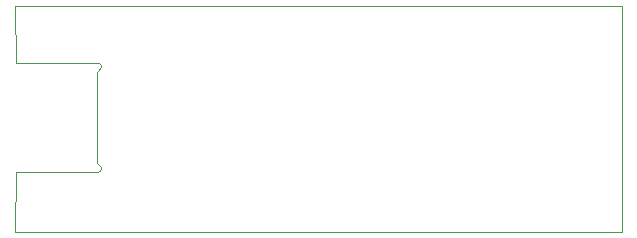
<source format=gbr>
%TF.GenerationSoftware,KiCad,Pcbnew,8.0.0-rc2-179-gceb8beb8c4*%
%TF.CreationDate,2024-02-16T13:12:57+01:00*%
%TF.ProjectId,CAT_MEP,4341545f-4d45-4502-9e6b-696361645f70,rev?*%
%TF.SameCoordinates,Original*%
%TF.FileFunction,Profile,NP*%
%FSLAX46Y46*%
G04 Gerber Fmt 4.6, Leading zero omitted, Abs format (unit mm)*
G04 Created by KiCad (PCBNEW 8.0.0-rc2-179-gceb8beb8c4) date 2024-02-16 13:12:57*
%MOMM*%
%LPD*%
G01*
G04 APERTURE LIST*
%TA.AperFunction,Profile*%
%ADD10C,0.050000*%
%TD*%
%TA.AperFunction,Profile*%
%ADD11C,0.010000*%
%TD*%
G04 APERTURE END LIST*
D10*
X99513200Y-56420000D02*
X99470000Y-61470000D01*
X99470000Y-61470000D02*
X150790000Y-61470000D01*
X99470000Y-42320000D02*
X99513200Y-47180000D01*
X150790000Y-42320000D02*
X99470000Y-42320000D01*
X150790000Y-61470000D02*
X150790000Y-42320000D01*
D11*
%TO.C,J1*%
X99513200Y-47180000D02*
X106450000Y-47180000D01*
X106371200Y-47999620D02*
X106371200Y-55600380D01*
X99513200Y-56420000D02*
X106450001Y-56420000D01*
X106450000Y-47180000D02*
G75*
G02*
X106600001Y-47739809I0J-300001D01*
G01*
X106371200Y-47999620D02*
G75*
G02*
X106600703Y-47742590I304800J-41180D01*
G01*
X106602841Y-55860188D02*
G75*
G02*
X106371200Y-55600764I75999J300988D01*
G01*
X106600000Y-55860190D02*
G75*
G02*
X106450001Y-56420002I-150000J-259810D01*
G01*
%TD*%
M02*

</source>
